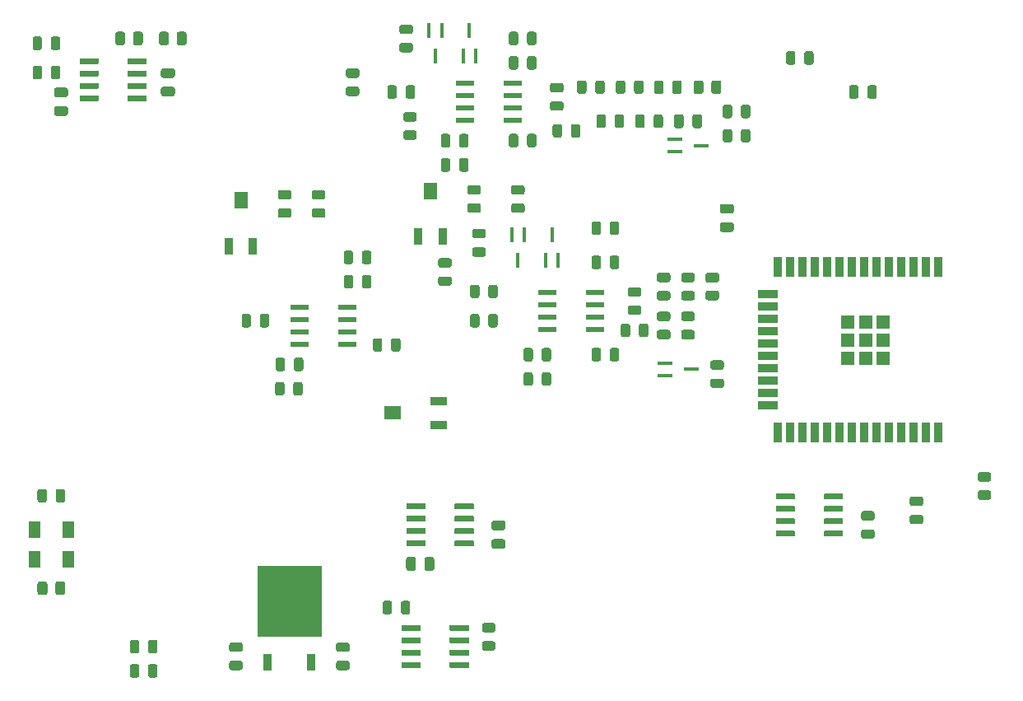
<source format=gbr>
%TF.GenerationSoftware,KiCad,Pcbnew,(5.1.10)-1*%
%TF.CreationDate,2022-05-25T15:21:49+02:00*%
%TF.ProjectId,NGL_Proto_EURO,4e474c5f-5072-46f7-946f-5f4555524f2e,V1*%
%TF.SameCoordinates,Original*%
%TF.FileFunction,Paste,Top*%
%TF.FilePolarity,Positive*%
%FSLAX46Y46*%
G04 Gerber Fmt 4.6, Leading zero omitted, Abs format (unit mm)*
G04 Created by KiCad (PCBNEW (5.1.10)-1) date 2022-05-25 15:21:49*
%MOMM*%
%LPD*%
G01*
G04 APERTURE LIST*
%ADD10R,1.969999X0.558000*%
%ADD11R,1.330000X1.330000*%
%ADD12R,0.900000X2.000000*%
%ADD13R,2.000000X0.900000*%
%ADD14R,0.450000X1.500000*%
%ADD15R,1.500000X0.450000*%
%ADD16R,1.300000X1.700000*%
%ADD17R,0.872800X1.690599*%
%ADD18R,1.355400X1.690599*%
%ADD19R,0.939800X1.701800*%
%ADD20R,6.604000X7.315200*%
%ADD21R,1.690599X0.872800*%
%ADD22R,1.690599X1.355400*%
G04 APERTURE END LIST*
D10*
%TO.C,U2*%
X161463800Y-57595000D03*
X161463800Y-58865000D03*
X161463800Y-60135000D03*
X161463800Y-61405000D03*
X156536200Y-61405000D03*
X156536200Y-60135000D03*
X156536200Y-58865000D03*
X156536200Y-57595000D03*
%TD*%
%TO.C,U1*%
X144463800Y-80595000D03*
X144463800Y-81865000D03*
X144463800Y-83135000D03*
X144463800Y-84405000D03*
X139536200Y-84405000D03*
X139536200Y-83135000D03*
X139536200Y-81865000D03*
X139536200Y-80595000D03*
%TD*%
%TO.C,U8*%
X169963800Y-79095000D03*
X169963800Y-80365000D03*
X169963800Y-81635000D03*
X169963800Y-82905000D03*
X165036200Y-82905000D03*
X165036200Y-81635000D03*
X165036200Y-80365000D03*
X165036200Y-79095000D03*
%TD*%
D11*
%TO.C,U4*%
X195925000Y-85835000D03*
X195925000Y-84000000D03*
X195925000Y-82165000D03*
X197760000Y-85835000D03*
X197760000Y-84000000D03*
X197760000Y-82165000D03*
X199595000Y-85835000D03*
X199595000Y-84000000D03*
X199595000Y-82165000D03*
D12*
X205260000Y-93500000D03*
X203990000Y-93500000D03*
X202720000Y-93500000D03*
X201450000Y-93500000D03*
X200180000Y-93500000D03*
X198910000Y-93500000D03*
X197640000Y-93500000D03*
X196370000Y-93500000D03*
X195100000Y-93500000D03*
X193830000Y-93500000D03*
X192560000Y-93500000D03*
X191290000Y-93500000D03*
X190020000Y-93500000D03*
X188750000Y-93500000D03*
D13*
X187750000Y-90715000D03*
X187750000Y-89445000D03*
X187750000Y-88175000D03*
X187750000Y-86905000D03*
X187750000Y-85635000D03*
X187750000Y-84365000D03*
X187750000Y-83095000D03*
X187750000Y-81825000D03*
X187750000Y-80555000D03*
X187750000Y-79285000D03*
D12*
X188750000Y-76500000D03*
X190020000Y-76500000D03*
X191290000Y-76500000D03*
X192560000Y-76500000D03*
X193830000Y-76500000D03*
X195100000Y-76500000D03*
X196370000Y-76500000D03*
X197640000Y-76500000D03*
X198910000Y-76500000D03*
X200180000Y-76500000D03*
X201450000Y-76500000D03*
X202720000Y-76500000D03*
X203990000Y-76500000D03*
X205260000Y-76500000D03*
%TD*%
D14*
%TO.C,D3*%
X162650000Y-73170000D03*
X161350000Y-73170000D03*
X162000000Y-75830000D03*
%TD*%
D15*
%TO.C,D4*%
X178170000Y-63350000D03*
X178170000Y-64650000D03*
X180830000Y-64000000D03*
%TD*%
D14*
%TO.C,D6*%
X156350000Y-54830000D03*
X157650000Y-54830000D03*
X157000000Y-52170000D03*
%TD*%
%TO.C,D11*%
X154150000Y-52170000D03*
X152850000Y-52170000D03*
X153500000Y-54830000D03*
%TD*%
%TO.C,D2*%
X164850000Y-75830000D03*
X166150000Y-75830000D03*
X165500000Y-73170000D03*
%TD*%
D15*
%TO.C,D5*%
X177170000Y-86350000D03*
X177170000Y-87650000D03*
X179830000Y-87000000D03*
%TD*%
%TO.C,C19*%
G36*
G01*
X184950000Y-60956250D02*
X184950000Y-60043750D01*
G75*
G02*
X185193750Y-59800000I243750J0D01*
G01*
X185681250Y-59800000D01*
G75*
G02*
X185925000Y-60043750I0J-243750D01*
G01*
X185925000Y-60956250D01*
G75*
G02*
X185681250Y-61200000I-243750J0D01*
G01*
X185193750Y-61200000D01*
G75*
G02*
X184950000Y-60956250I0J243750D01*
G01*
G37*
G36*
G01*
X183075000Y-60956250D02*
X183075000Y-60043750D01*
G75*
G02*
X183318750Y-59800000I243750J0D01*
G01*
X183806250Y-59800000D01*
G75*
G02*
X184050000Y-60043750I0J-243750D01*
G01*
X184050000Y-60956250D01*
G75*
G02*
X183806250Y-61200000I-243750J0D01*
G01*
X183318750Y-61200000D01*
G75*
G02*
X183075000Y-60956250I0J243750D01*
G01*
G37*
%TD*%
%TO.C,R17*%
G36*
G01*
X184050000Y-62543750D02*
X184050000Y-63456250D01*
G75*
G02*
X183806250Y-63700000I-243750J0D01*
G01*
X183318750Y-63700000D01*
G75*
G02*
X183075000Y-63456250I0J243750D01*
G01*
X183075000Y-62543750D01*
G75*
G02*
X183318750Y-62300000I243750J0D01*
G01*
X183806250Y-62300000D01*
G75*
G02*
X184050000Y-62543750I0J-243750D01*
G01*
G37*
G36*
G01*
X185925000Y-62543750D02*
X185925000Y-63456250D01*
G75*
G02*
X185681250Y-63700000I-243750J0D01*
G01*
X185193750Y-63700000D01*
G75*
G02*
X184950000Y-63456250I0J243750D01*
G01*
X184950000Y-62543750D01*
G75*
G02*
X185193750Y-62300000I243750J0D01*
G01*
X185681250Y-62300000D01*
G75*
G02*
X185925000Y-62543750I0J-243750D01*
G01*
G37*
%TD*%
%TO.C,R18*%
G36*
G01*
X209543750Y-99450000D02*
X210456250Y-99450000D01*
G75*
G02*
X210700000Y-99693750I0J-243750D01*
G01*
X210700000Y-100181250D01*
G75*
G02*
X210456250Y-100425000I-243750J0D01*
G01*
X209543750Y-100425000D01*
G75*
G02*
X209300000Y-100181250I0J243750D01*
G01*
X209300000Y-99693750D01*
G75*
G02*
X209543750Y-99450000I243750J0D01*
G01*
G37*
G36*
G01*
X209543750Y-97575000D02*
X210456250Y-97575000D01*
G75*
G02*
X210700000Y-97818750I0J-243750D01*
G01*
X210700000Y-98306250D01*
G75*
G02*
X210456250Y-98550000I-243750J0D01*
G01*
X209543750Y-98550000D01*
G75*
G02*
X209300000Y-98306250I0J243750D01*
G01*
X209300000Y-97818750D01*
G75*
G02*
X209543750Y-97575000I243750J0D01*
G01*
G37*
%TD*%
%TO.C,R21*%
G36*
G01*
X182043750Y-86075000D02*
X182956250Y-86075000D01*
G75*
G02*
X183200000Y-86318750I0J-243750D01*
G01*
X183200000Y-86806250D01*
G75*
G02*
X182956250Y-87050000I-243750J0D01*
G01*
X182043750Y-87050000D01*
G75*
G02*
X181800000Y-86806250I0J243750D01*
G01*
X181800000Y-86318750D01*
G75*
G02*
X182043750Y-86075000I243750J0D01*
G01*
G37*
G36*
G01*
X182043750Y-87950000D02*
X182956250Y-87950000D01*
G75*
G02*
X183200000Y-88193750I0J-243750D01*
G01*
X183200000Y-88681250D01*
G75*
G02*
X182956250Y-88925000I-243750J0D01*
G01*
X182043750Y-88925000D01*
G75*
G02*
X181800000Y-88681250I0J243750D01*
G01*
X181800000Y-88193750D01*
G75*
G02*
X182043750Y-87950000I243750J0D01*
G01*
G37*
%TD*%
%TO.C,R19*%
G36*
G01*
X202543750Y-100075000D02*
X203456250Y-100075000D01*
G75*
G02*
X203700000Y-100318750I0J-243750D01*
G01*
X203700000Y-100806250D01*
G75*
G02*
X203456250Y-101050000I-243750J0D01*
G01*
X202543750Y-101050000D01*
G75*
G02*
X202300000Y-100806250I0J243750D01*
G01*
X202300000Y-100318750D01*
G75*
G02*
X202543750Y-100075000I243750J0D01*
G01*
G37*
G36*
G01*
X202543750Y-101950000D02*
X203456250Y-101950000D01*
G75*
G02*
X203700000Y-102193750I0J-243750D01*
G01*
X203700000Y-102681250D01*
G75*
G02*
X203456250Y-102925000I-243750J0D01*
G01*
X202543750Y-102925000D01*
G75*
G02*
X202300000Y-102681250I0J243750D01*
G01*
X202300000Y-102193750D01*
G75*
G02*
X202543750Y-101950000I243750J0D01*
G01*
G37*
%TD*%
%TO.C,R15*%
G36*
G01*
X197050000Y-58043750D02*
X197050000Y-58956250D01*
G75*
G02*
X196806250Y-59200000I-243750J0D01*
G01*
X196318750Y-59200000D01*
G75*
G02*
X196075000Y-58956250I0J243750D01*
G01*
X196075000Y-58043750D01*
G75*
G02*
X196318750Y-57800000I243750J0D01*
G01*
X196806250Y-57800000D01*
G75*
G02*
X197050000Y-58043750I0J-243750D01*
G01*
G37*
G36*
G01*
X198925000Y-58043750D02*
X198925000Y-58956250D01*
G75*
G02*
X198681250Y-59200000I-243750J0D01*
G01*
X198193750Y-59200000D01*
G75*
G02*
X197950000Y-58956250I0J243750D01*
G01*
X197950000Y-58043750D01*
G75*
G02*
X198193750Y-57800000I243750J0D01*
G01*
X198681250Y-57800000D01*
G75*
G02*
X198925000Y-58043750I0J-243750D01*
G01*
G37*
%TD*%
%TO.C,R14*%
G36*
G01*
X113600000Y-109049998D02*
X113600000Y-109950002D01*
G75*
G02*
X113350002Y-110200000I-249998J0D01*
G01*
X112824998Y-110200000D01*
G75*
G02*
X112575000Y-109950002I0J249998D01*
G01*
X112575000Y-109049998D01*
G75*
G02*
X112824998Y-108800000I249998J0D01*
G01*
X113350002Y-108800000D01*
G75*
G02*
X113600000Y-109049998I0J-249998D01*
G01*
G37*
G36*
G01*
X115425000Y-109049998D02*
X115425000Y-109950002D01*
G75*
G02*
X115175002Y-110200000I-249998J0D01*
G01*
X114649998Y-110200000D01*
G75*
G02*
X114400000Y-109950002I0J249998D01*
G01*
X114400000Y-109049998D01*
G75*
G02*
X114649998Y-108800000I249998J0D01*
G01*
X115175002Y-108800000D01*
G75*
G02*
X115425000Y-109049998I0J-249998D01*
G01*
G37*
%TD*%
%TO.C,C2*%
G36*
G01*
X137075000Y-86956250D02*
X137075000Y-86043750D01*
G75*
G02*
X137318750Y-85800000I243750J0D01*
G01*
X137806250Y-85800000D01*
G75*
G02*
X138050000Y-86043750I0J-243750D01*
G01*
X138050000Y-86956250D01*
G75*
G02*
X137806250Y-87200000I-243750J0D01*
G01*
X137318750Y-87200000D01*
G75*
G02*
X137075000Y-86956250I0J243750D01*
G01*
G37*
G36*
G01*
X138950000Y-86956250D02*
X138950000Y-86043750D01*
G75*
G02*
X139193750Y-85800000I243750J0D01*
G01*
X139681250Y-85800000D01*
G75*
G02*
X139925000Y-86043750I0J-243750D01*
G01*
X139925000Y-86956250D01*
G75*
G02*
X139681250Y-87200000I-243750J0D01*
G01*
X139193750Y-87200000D01*
G75*
G02*
X138950000Y-86956250I0J243750D01*
G01*
G37*
%TD*%
%TO.C,C3*%
G36*
G01*
X137013000Y-89456250D02*
X137013000Y-88543750D01*
G75*
G02*
X137256750Y-88300000I243750J0D01*
G01*
X137744250Y-88300000D01*
G75*
G02*
X137988000Y-88543750I0J-243750D01*
G01*
X137988000Y-89456250D01*
G75*
G02*
X137744250Y-89700000I-243750J0D01*
G01*
X137256750Y-89700000D01*
G75*
G02*
X137013000Y-89456250I0J243750D01*
G01*
G37*
G36*
G01*
X138888000Y-89456250D02*
X138888000Y-88543750D01*
G75*
G02*
X139131750Y-88300000I243750J0D01*
G01*
X139619250Y-88300000D01*
G75*
G02*
X139863000Y-88543750I0J-243750D01*
G01*
X139863000Y-89456250D01*
G75*
G02*
X139619250Y-89700000I-243750J0D01*
G01*
X139131750Y-89700000D01*
G75*
G02*
X138888000Y-89456250I0J243750D01*
G01*
G37*
%TD*%
%TO.C,C5*%
G36*
G01*
X145950000Y-75956250D02*
X145950000Y-75043750D01*
G75*
G02*
X146193750Y-74800000I243750J0D01*
G01*
X146681250Y-74800000D01*
G75*
G02*
X146925000Y-75043750I0J-243750D01*
G01*
X146925000Y-75956250D01*
G75*
G02*
X146681250Y-76200000I-243750J0D01*
G01*
X146193750Y-76200000D01*
G75*
G02*
X145950000Y-75956250I0J243750D01*
G01*
G37*
G36*
G01*
X144075000Y-75956250D02*
X144075000Y-75043750D01*
G75*
G02*
X144318750Y-74800000I243750J0D01*
G01*
X144806250Y-74800000D01*
G75*
G02*
X145050000Y-75043750I0J-243750D01*
G01*
X145050000Y-75956250D01*
G75*
G02*
X144806250Y-76200000I-243750J0D01*
G01*
X144318750Y-76200000D01*
G75*
G02*
X144075000Y-75956250I0J243750D01*
G01*
G37*
%TD*%
%TO.C,C6*%
G36*
G01*
X145950000Y-78456250D02*
X145950000Y-77543750D01*
G75*
G02*
X146193750Y-77300000I243750J0D01*
G01*
X146681250Y-77300000D01*
G75*
G02*
X146925000Y-77543750I0J-243750D01*
G01*
X146925000Y-78456250D01*
G75*
G02*
X146681250Y-78700000I-243750J0D01*
G01*
X146193750Y-78700000D01*
G75*
G02*
X145950000Y-78456250I0J243750D01*
G01*
G37*
G36*
G01*
X144075000Y-78456250D02*
X144075000Y-77543750D01*
G75*
G02*
X144318750Y-77300000I243750J0D01*
G01*
X144806250Y-77300000D01*
G75*
G02*
X145050000Y-77543750I0J-243750D01*
G01*
X145050000Y-78456250D01*
G75*
G02*
X144806250Y-78700000I-243750J0D01*
G01*
X144318750Y-78700000D01*
G75*
G02*
X144075000Y-78456250I0J243750D01*
G01*
G37*
%TD*%
%TO.C,C8*%
G36*
G01*
X176925000Y-61043750D02*
X176925000Y-61956250D01*
G75*
G02*
X176681250Y-62200000I-243750J0D01*
G01*
X176193750Y-62200000D01*
G75*
G02*
X175950000Y-61956250I0J243750D01*
G01*
X175950000Y-61043750D01*
G75*
G02*
X176193750Y-60800000I243750J0D01*
G01*
X176681250Y-60800000D01*
G75*
G02*
X176925000Y-61043750I0J-243750D01*
G01*
G37*
G36*
G01*
X175050000Y-61043750D02*
X175050000Y-61956250D01*
G75*
G02*
X174806250Y-62200000I-243750J0D01*
G01*
X174318750Y-62200000D01*
G75*
G02*
X174075000Y-61956250I0J243750D01*
G01*
X174075000Y-61043750D01*
G75*
G02*
X174318750Y-60800000I243750J0D01*
G01*
X174806250Y-60800000D01*
G75*
G02*
X175050000Y-61043750I0J-243750D01*
G01*
G37*
%TD*%
%TO.C,C9*%
G36*
G01*
X171950000Y-61956250D02*
X171950000Y-61043750D01*
G75*
G02*
X172193750Y-60800000I243750J0D01*
G01*
X172681250Y-60800000D01*
G75*
G02*
X172925000Y-61043750I0J-243750D01*
G01*
X172925000Y-61956250D01*
G75*
G02*
X172681250Y-62200000I-243750J0D01*
G01*
X172193750Y-62200000D01*
G75*
G02*
X171950000Y-61956250I0J243750D01*
G01*
G37*
G36*
G01*
X170075000Y-61956250D02*
X170075000Y-61043750D01*
G75*
G02*
X170318750Y-60800000I243750J0D01*
G01*
X170806250Y-60800000D01*
G75*
G02*
X171050000Y-61043750I0J-243750D01*
G01*
X171050000Y-61956250D01*
G75*
G02*
X170806250Y-62200000I-243750J0D01*
G01*
X170318750Y-62200000D01*
G75*
G02*
X170075000Y-61956250I0J243750D01*
G01*
G37*
%TD*%
%TO.C,C10*%
G36*
G01*
X161075000Y-53456250D02*
X161075000Y-52543750D01*
G75*
G02*
X161318750Y-52300000I243750J0D01*
G01*
X161806250Y-52300000D01*
G75*
G02*
X162050000Y-52543750I0J-243750D01*
G01*
X162050000Y-53456250D01*
G75*
G02*
X161806250Y-53700000I-243750J0D01*
G01*
X161318750Y-53700000D01*
G75*
G02*
X161075000Y-53456250I0J243750D01*
G01*
G37*
G36*
G01*
X162950000Y-53456250D02*
X162950000Y-52543750D01*
G75*
G02*
X163193750Y-52300000I243750J0D01*
G01*
X163681250Y-52300000D01*
G75*
G02*
X163925000Y-52543750I0J-243750D01*
G01*
X163925000Y-53456250D01*
G75*
G02*
X163681250Y-53700000I-243750J0D01*
G01*
X163193750Y-53700000D01*
G75*
G02*
X162950000Y-53456250I0J243750D01*
G01*
G37*
%TD*%
%TO.C,C11*%
G36*
G01*
X154075000Y-66456250D02*
X154075000Y-65543750D01*
G75*
G02*
X154318750Y-65300000I243750J0D01*
G01*
X154806250Y-65300000D01*
G75*
G02*
X155050000Y-65543750I0J-243750D01*
G01*
X155050000Y-66456250D01*
G75*
G02*
X154806250Y-66700000I-243750J0D01*
G01*
X154318750Y-66700000D01*
G75*
G02*
X154075000Y-66456250I0J243750D01*
G01*
G37*
G36*
G01*
X155950000Y-66456250D02*
X155950000Y-65543750D01*
G75*
G02*
X156193750Y-65300000I243750J0D01*
G01*
X156681250Y-65300000D01*
G75*
G02*
X156925000Y-65543750I0J-243750D01*
G01*
X156925000Y-66456250D01*
G75*
G02*
X156681250Y-66700000I-243750J0D01*
G01*
X156193750Y-66700000D01*
G75*
G02*
X155950000Y-66456250I0J243750D01*
G01*
G37*
%TD*%
%TO.C,C12*%
G36*
G01*
X161075000Y-55956250D02*
X161075000Y-55043750D01*
G75*
G02*
X161318750Y-54800000I243750J0D01*
G01*
X161806250Y-54800000D01*
G75*
G02*
X162050000Y-55043750I0J-243750D01*
G01*
X162050000Y-55956250D01*
G75*
G02*
X161806250Y-56200000I-243750J0D01*
G01*
X161318750Y-56200000D01*
G75*
G02*
X161075000Y-55956250I0J243750D01*
G01*
G37*
G36*
G01*
X162950000Y-55956250D02*
X162950000Y-55043750D01*
G75*
G02*
X163193750Y-54800000I243750J0D01*
G01*
X163681250Y-54800000D01*
G75*
G02*
X163925000Y-55043750I0J-243750D01*
G01*
X163925000Y-55956250D01*
G75*
G02*
X163681250Y-56200000I-243750J0D01*
G01*
X163193750Y-56200000D01*
G75*
G02*
X162950000Y-55956250I0J243750D01*
G01*
G37*
%TD*%
%TO.C,C13*%
G36*
G01*
X155950000Y-63956250D02*
X155950000Y-63043750D01*
G75*
G02*
X156193750Y-62800000I243750J0D01*
G01*
X156681250Y-62800000D01*
G75*
G02*
X156925000Y-63043750I0J-243750D01*
G01*
X156925000Y-63956250D01*
G75*
G02*
X156681250Y-64200000I-243750J0D01*
G01*
X156193750Y-64200000D01*
G75*
G02*
X155950000Y-63956250I0J243750D01*
G01*
G37*
G36*
G01*
X154075000Y-63956250D02*
X154075000Y-63043750D01*
G75*
G02*
X154318750Y-62800000I243750J0D01*
G01*
X154806250Y-62800000D01*
G75*
G02*
X155050000Y-63043750I0J-243750D01*
G01*
X155050000Y-63956250D01*
G75*
G02*
X154806250Y-64200000I-243750J0D01*
G01*
X154318750Y-64200000D01*
G75*
G02*
X154075000Y-63956250I0J243750D01*
G01*
G37*
%TD*%
%TO.C,C14*%
G36*
G01*
X132543750Y-116950000D02*
X133456250Y-116950000D01*
G75*
G02*
X133700000Y-117193750I0J-243750D01*
G01*
X133700000Y-117681250D01*
G75*
G02*
X133456250Y-117925000I-243750J0D01*
G01*
X132543750Y-117925000D01*
G75*
G02*
X132300000Y-117681250I0J243750D01*
G01*
X132300000Y-117193750D01*
G75*
G02*
X132543750Y-116950000I243750J0D01*
G01*
G37*
G36*
G01*
X132543750Y-115075000D02*
X133456250Y-115075000D01*
G75*
G02*
X133700000Y-115318750I0J-243750D01*
G01*
X133700000Y-115806250D01*
G75*
G02*
X133456250Y-116050000I-243750J0D01*
G01*
X132543750Y-116050000D01*
G75*
G02*
X132300000Y-115806250I0J243750D01*
G01*
X132300000Y-115318750D01*
G75*
G02*
X132543750Y-115075000I243750J0D01*
G01*
G37*
%TD*%
%TO.C,C15*%
G36*
G01*
X144456250Y-117925000D02*
X143543750Y-117925000D01*
G75*
G02*
X143300000Y-117681250I0J243750D01*
G01*
X143300000Y-117193750D01*
G75*
G02*
X143543750Y-116950000I243750J0D01*
G01*
X144456250Y-116950000D01*
G75*
G02*
X144700000Y-117193750I0J-243750D01*
G01*
X144700000Y-117681250D01*
G75*
G02*
X144456250Y-117925000I-243750J0D01*
G01*
G37*
G36*
G01*
X144456250Y-116050000D02*
X143543750Y-116050000D01*
G75*
G02*
X143300000Y-115806250I0J243750D01*
G01*
X143300000Y-115318750D01*
G75*
G02*
X143543750Y-115075000I243750J0D01*
G01*
X144456250Y-115075000D01*
G75*
G02*
X144700000Y-115318750I0J-243750D01*
G01*
X144700000Y-115806250D01*
G75*
G02*
X144456250Y-116050000I-243750J0D01*
G01*
G37*
%TD*%
%TO.C,C16*%
G36*
G01*
X159456250Y-114050000D02*
X158543750Y-114050000D01*
G75*
G02*
X158300000Y-113806250I0J243750D01*
G01*
X158300000Y-113318750D01*
G75*
G02*
X158543750Y-113075000I243750J0D01*
G01*
X159456250Y-113075000D01*
G75*
G02*
X159700000Y-113318750I0J-243750D01*
G01*
X159700000Y-113806250D01*
G75*
G02*
X159456250Y-114050000I-243750J0D01*
G01*
G37*
G36*
G01*
X159456250Y-115925000D02*
X158543750Y-115925000D01*
G75*
G02*
X158300000Y-115681250I0J243750D01*
G01*
X158300000Y-115193750D01*
G75*
G02*
X158543750Y-114950000I243750J0D01*
G01*
X159456250Y-114950000D01*
G75*
G02*
X159700000Y-115193750I0J-243750D01*
G01*
X159700000Y-115681250D01*
G75*
G02*
X159456250Y-115925000I-243750J0D01*
G01*
G37*
%TD*%
%TO.C,C17*%
G36*
G01*
X150925000Y-111043750D02*
X150925000Y-111956250D01*
G75*
G02*
X150681250Y-112200000I-243750J0D01*
G01*
X150193750Y-112200000D01*
G75*
G02*
X149950000Y-111956250I0J243750D01*
G01*
X149950000Y-111043750D01*
G75*
G02*
X150193750Y-110800000I243750J0D01*
G01*
X150681250Y-110800000D01*
G75*
G02*
X150925000Y-111043750I0J-243750D01*
G01*
G37*
G36*
G01*
X149050000Y-111043750D02*
X149050000Y-111956250D01*
G75*
G02*
X148806250Y-112200000I-243750J0D01*
G01*
X148318750Y-112200000D01*
G75*
G02*
X148075000Y-111956250I0J243750D01*
G01*
X148075000Y-111043750D01*
G75*
G02*
X148318750Y-110800000I243750J0D01*
G01*
X148806250Y-110800000D01*
G75*
G02*
X149050000Y-111043750I0J-243750D01*
G01*
G37*
%TD*%
D16*
%TO.C,D1*%
X112250000Y-103500000D03*
X115750000Y-103500000D03*
%TD*%
%TO.C,D7*%
X112250000Y-106500000D03*
X115750000Y-106500000D03*
%TD*%
%TO.C,R2*%
G36*
G01*
X138456250Y-71425000D02*
X137543750Y-71425000D01*
G75*
G02*
X137300000Y-71181250I0J243750D01*
G01*
X137300000Y-70693750D01*
G75*
G02*
X137543750Y-70450000I243750J0D01*
G01*
X138456250Y-70450000D01*
G75*
G02*
X138700000Y-70693750I0J-243750D01*
G01*
X138700000Y-71181250D01*
G75*
G02*
X138456250Y-71425000I-243750J0D01*
G01*
G37*
G36*
G01*
X138456250Y-69550000D02*
X137543750Y-69550000D01*
G75*
G02*
X137300000Y-69306250I0J243750D01*
G01*
X137300000Y-68818750D01*
G75*
G02*
X137543750Y-68575000I243750J0D01*
G01*
X138456250Y-68575000D01*
G75*
G02*
X138700000Y-68818750I0J-243750D01*
G01*
X138700000Y-69306250D01*
G75*
G02*
X138456250Y-69550000I-243750J0D01*
G01*
G37*
%TD*%
%TO.C,R3*%
G36*
G01*
X112575000Y-100456250D02*
X112575000Y-99543750D01*
G75*
G02*
X112818750Y-99300000I243750J0D01*
G01*
X113306250Y-99300000D01*
G75*
G02*
X113550000Y-99543750I0J-243750D01*
G01*
X113550000Y-100456250D01*
G75*
G02*
X113306250Y-100700000I-243750J0D01*
G01*
X112818750Y-100700000D01*
G75*
G02*
X112575000Y-100456250I0J243750D01*
G01*
G37*
G36*
G01*
X114450000Y-100456250D02*
X114450000Y-99543750D01*
G75*
G02*
X114693750Y-99300000I243750J0D01*
G01*
X115181250Y-99300000D01*
G75*
G02*
X115425000Y-99543750I0J-243750D01*
G01*
X115425000Y-100456250D01*
G75*
G02*
X115181250Y-100700000I-243750J0D01*
G01*
X114693750Y-100700000D01*
G75*
G02*
X114450000Y-100456250I0J243750D01*
G01*
G37*
%TD*%
%TO.C,R4*%
G36*
G01*
X136425000Y-81543750D02*
X136425000Y-82456250D01*
G75*
G02*
X136181250Y-82700000I-243750J0D01*
G01*
X135693750Y-82700000D01*
G75*
G02*
X135450000Y-82456250I0J243750D01*
G01*
X135450000Y-81543750D01*
G75*
G02*
X135693750Y-81300000I243750J0D01*
G01*
X136181250Y-81300000D01*
G75*
G02*
X136425000Y-81543750I0J-243750D01*
G01*
G37*
G36*
G01*
X134550000Y-81543750D02*
X134550000Y-82456250D01*
G75*
G02*
X134306250Y-82700000I-243750J0D01*
G01*
X133818750Y-82700000D01*
G75*
G02*
X133575000Y-82456250I0J243750D01*
G01*
X133575000Y-81543750D01*
G75*
G02*
X133818750Y-81300000I243750J0D01*
G01*
X134306250Y-81300000D01*
G75*
G02*
X134550000Y-81543750I0J-243750D01*
G01*
G37*
%TD*%
%TO.C,R6*%
G36*
G01*
X150043750Y-53450000D02*
X150956250Y-53450000D01*
G75*
G02*
X151200000Y-53693750I0J-243750D01*
G01*
X151200000Y-54181250D01*
G75*
G02*
X150956250Y-54425000I-243750J0D01*
G01*
X150043750Y-54425000D01*
G75*
G02*
X149800000Y-54181250I0J243750D01*
G01*
X149800000Y-53693750D01*
G75*
G02*
X150043750Y-53450000I243750J0D01*
G01*
G37*
G36*
G01*
X150043750Y-51575000D02*
X150956250Y-51575000D01*
G75*
G02*
X151200000Y-51818750I0J-243750D01*
G01*
X151200000Y-52306250D01*
G75*
G02*
X150956250Y-52550000I-243750J0D01*
G01*
X150043750Y-52550000D01*
G75*
G02*
X149800000Y-52306250I0J243750D01*
G01*
X149800000Y-51818750D01*
G75*
G02*
X150043750Y-51575000I243750J0D01*
G01*
G37*
%TD*%
%TO.C,R7*%
G36*
G01*
X148575000Y-58956250D02*
X148575000Y-58043750D01*
G75*
G02*
X148818750Y-57800000I243750J0D01*
G01*
X149306250Y-57800000D01*
G75*
G02*
X149550000Y-58043750I0J-243750D01*
G01*
X149550000Y-58956250D01*
G75*
G02*
X149306250Y-59200000I-243750J0D01*
G01*
X148818750Y-59200000D01*
G75*
G02*
X148575000Y-58956250I0J243750D01*
G01*
G37*
G36*
G01*
X150450000Y-58956250D02*
X150450000Y-58043750D01*
G75*
G02*
X150693750Y-57800000I243750J0D01*
G01*
X151181250Y-57800000D01*
G75*
G02*
X151425000Y-58043750I0J-243750D01*
G01*
X151425000Y-58956250D01*
G75*
G02*
X151181250Y-59200000I-243750J0D01*
G01*
X150693750Y-59200000D01*
G75*
G02*
X150450000Y-58956250I0J243750D01*
G01*
G37*
%TD*%
%TO.C,R8*%
G36*
G01*
X176013000Y-58456250D02*
X176013000Y-57543750D01*
G75*
G02*
X176256750Y-57300000I243750J0D01*
G01*
X176744250Y-57300000D01*
G75*
G02*
X176988000Y-57543750I0J-243750D01*
G01*
X176988000Y-58456250D01*
G75*
G02*
X176744250Y-58700000I-243750J0D01*
G01*
X176256750Y-58700000D01*
G75*
G02*
X176013000Y-58456250I0J243750D01*
G01*
G37*
G36*
G01*
X177888000Y-58456250D02*
X177888000Y-57543750D01*
G75*
G02*
X178131750Y-57300000I243750J0D01*
G01*
X178619250Y-57300000D01*
G75*
G02*
X178863000Y-57543750I0J-243750D01*
G01*
X178863000Y-58456250D01*
G75*
G02*
X178619250Y-58700000I-243750J0D01*
G01*
X178131750Y-58700000D01*
G75*
G02*
X177888000Y-58456250I0J243750D01*
G01*
G37*
%TD*%
%TO.C,R9*%
G36*
G01*
X173950000Y-58456250D02*
X173950000Y-57543750D01*
G75*
G02*
X174193750Y-57300000I243750J0D01*
G01*
X174681250Y-57300000D01*
G75*
G02*
X174925000Y-57543750I0J-243750D01*
G01*
X174925000Y-58456250D01*
G75*
G02*
X174681250Y-58700000I-243750J0D01*
G01*
X174193750Y-58700000D01*
G75*
G02*
X173950000Y-58456250I0J243750D01*
G01*
G37*
G36*
G01*
X172075000Y-58456250D02*
X172075000Y-57543750D01*
G75*
G02*
X172318750Y-57300000I243750J0D01*
G01*
X172806250Y-57300000D01*
G75*
G02*
X173050000Y-57543750I0J-243750D01*
G01*
X173050000Y-58456250D01*
G75*
G02*
X172806250Y-58700000I-243750J0D01*
G01*
X172318750Y-58700000D01*
G75*
G02*
X172075000Y-58456250I0J243750D01*
G01*
G37*
%TD*%
%TO.C,R10*%
G36*
G01*
X157956250Y-70925000D02*
X157043750Y-70925000D01*
G75*
G02*
X156800000Y-70681250I0J243750D01*
G01*
X156800000Y-70193750D01*
G75*
G02*
X157043750Y-69950000I243750J0D01*
G01*
X157956250Y-69950000D01*
G75*
G02*
X158200000Y-70193750I0J-243750D01*
G01*
X158200000Y-70681250D01*
G75*
G02*
X157956250Y-70925000I-243750J0D01*
G01*
G37*
G36*
G01*
X157956250Y-69050000D02*
X157043750Y-69050000D01*
G75*
G02*
X156800000Y-68806250I0J243750D01*
G01*
X156800000Y-68318750D01*
G75*
G02*
X157043750Y-68075000I243750J0D01*
G01*
X157956250Y-68075000D01*
G75*
G02*
X158200000Y-68318750I0J-243750D01*
G01*
X158200000Y-68806250D01*
G75*
G02*
X157956250Y-69050000I-243750J0D01*
G01*
G37*
%TD*%
%TO.C,R12*%
G36*
G01*
X148050000Y-84043750D02*
X148050000Y-84956250D01*
G75*
G02*
X147806250Y-85200000I-243750J0D01*
G01*
X147318750Y-85200000D01*
G75*
G02*
X147075000Y-84956250I0J243750D01*
G01*
X147075000Y-84043750D01*
G75*
G02*
X147318750Y-83800000I243750J0D01*
G01*
X147806250Y-83800000D01*
G75*
G02*
X148050000Y-84043750I0J-243750D01*
G01*
G37*
G36*
G01*
X149925000Y-84043750D02*
X149925000Y-84956250D01*
G75*
G02*
X149681250Y-85200000I-243750J0D01*
G01*
X149193750Y-85200000D01*
G75*
G02*
X148950000Y-84956250I0J243750D01*
G01*
X148950000Y-84043750D01*
G75*
G02*
X149193750Y-83800000I243750J0D01*
G01*
X149681250Y-83800000D01*
G75*
G02*
X149925000Y-84043750I0J-243750D01*
G01*
G37*
%TD*%
%TO.C,R13*%
G36*
G01*
X150443750Y-62450000D02*
X151356250Y-62450000D01*
G75*
G02*
X151600000Y-62693750I0J-243750D01*
G01*
X151600000Y-63181250D01*
G75*
G02*
X151356250Y-63425000I-243750J0D01*
G01*
X150443750Y-63425000D01*
G75*
G02*
X150200000Y-63181250I0J243750D01*
G01*
X150200000Y-62693750D01*
G75*
G02*
X150443750Y-62450000I243750J0D01*
G01*
G37*
G36*
G01*
X150443750Y-60575000D02*
X151356250Y-60575000D01*
G75*
G02*
X151600000Y-60818750I0J-243750D01*
G01*
X151600000Y-61306250D01*
G75*
G02*
X151356250Y-61550000I-243750J0D01*
G01*
X150443750Y-61550000D01*
G75*
G02*
X150200000Y-61306250I0J243750D01*
G01*
X150200000Y-60818750D01*
G75*
G02*
X150443750Y-60575000I243750J0D01*
G01*
G37*
%TD*%
%TO.C,R20*%
G36*
G01*
X191450000Y-55456250D02*
X191450000Y-54543750D01*
G75*
G02*
X191693750Y-54300000I243750J0D01*
G01*
X192181250Y-54300000D01*
G75*
G02*
X192425000Y-54543750I0J-243750D01*
G01*
X192425000Y-55456250D01*
G75*
G02*
X192181250Y-55700000I-243750J0D01*
G01*
X191693750Y-55700000D01*
G75*
G02*
X191450000Y-55456250I0J243750D01*
G01*
G37*
G36*
G01*
X189575000Y-55456250D02*
X189575000Y-54543750D01*
G75*
G02*
X189818750Y-54300000I243750J0D01*
G01*
X190306250Y-54300000D01*
G75*
G02*
X190550000Y-54543750I0J-243750D01*
G01*
X190550000Y-55456250D01*
G75*
G02*
X190306250Y-55700000I-243750J0D01*
G01*
X189818750Y-55700000D01*
G75*
G02*
X189575000Y-55456250I0J243750D01*
G01*
G37*
%TD*%
%TO.C,R22*%
G36*
G01*
X145456250Y-58925000D02*
X144543750Y-58925000D01*
G75*
G02*
X144300000Y-58681250I0J243750D01*
G01*
X144300000Y-58193750D01*
G75*
G02*
X144543750Y-57950000I243750J0D01*
G01*
X145456250Y-57950000D01*
G75*
G02*
X145700000Y-58193750I0J-243750D01*
G01*
X145700000Y-58681250D01*
G75*
G02*
X145456250Y-58925000I-243750J0D01*
G01*
G37*
G36*
G01*
X145456250Y-57050000D02*
X144543750Y-57050000D01*
G75*
G02*
X144300000Y-56806250I0J243750D01*
G01*
X144300000Y-56318750D01*
G75*
G02*
X144543750Y-56075000I243750J0D01*
G01*
X145456250Y-56075000D01*
G75*
G02*
X145700000Y-56318750I0J-243750D01*
G01*
X145700000Y-56806250D01*
G75*
G02*
X145456250Y-57050000I-243750J0D01*
G01*
G37*
%TD*%
%TO.C,R23*%
G36*
G01*
X166550000Y-62043750D02*
X166550000Y-62956250D01*
G75*
G02*
X166306250Y-63200000I-243750J0D01*
G01*
X165818750Y-63200000D01*
G75*
G02*
X165575000Y-62956250I0J243750D01*
G01*
X165575000Y-62043750D01*
G75*
G02*
X165818750Y-61800000I243750J0D01*
G01*
X166306250Y-61800000D01*
G75*
G02*
X166550000Y-62043750I0J-243750D01*
G01*
G37*
G36*
G01*
X168425000Y-62043750D02*
X168425000Y-62956250D01*
G75*
G02*
X168181250Y-63200000I-243750J0D01*
G01*
X167693750Y-63200000D01*
G75*
G02*
X167450000Y-62956250I0J243750D01*
G01*
X167450000Y-62043750D01*
G75*
G02*
X167693750Y-61800000I243750J0D01*
G01*
X168181250Y-61800000D01*
G75*
G02*
X168425000Y-62043750I0J-243750D01*
G01*
G37*
%TD*%
%TO.C,R24*%
G36*
G01*
X161075000Y-63956250D02*
X161075000Y-63043750D01*
G75*
G02*
X161318750Y-62800000I243750J0D01*
G01*
X161806250Y-62800000D01*
G75*
G02*
X162050000Y-63043750I0J-243750D01*
G01*
X162050000Y-63956250D01*
G75*
G02*
X161806250Y-64200000I-243750J0D01*
G01*
X161318750Y-64200000D01*
G75*
G02*
X161075000Y-63956250I0J243750D01*
G01*
G37*
G36*
G01*
X162950000Y-63956250D02*
X162950000Y-63043750D01*
G75*
G02*
X163193750Y-62800000I243750J0D01*
G01*
X163681250Y-62800000D01*
G75*
G02*
X163925000Y-63043750I0J-243750D01*
G01*
X163925000Y-63956250D01*
G75*
G02*
X163681250Y-64200000I-243750J0D01*
G01*
X163193750Y-64200000D01*
G75*
G02*
X162950000Y-63956250I0J243750D01*
G01*
G37*
%TD*%
%TO.C,R25*%
G36*
G01*
X166456250Y-58550000D02*
X165543750Y-58550000D01*
G75*
G02*
X165300000Y-58306250I0J243750D01*
G01*
X165300000Y-57818750D01*
G75*
G02*
X165543750Y-57575000I243750J0D01*
G01*
X166456250Y-57575000D01*
G75*
G02*
X166700000Y-57818750I0J-243750D01*
G01*
X166700000Y-58306250D01*
G75*
G02*
X166456250Y-58550000I-243750J0D01*
G01*
G37*
G36*
G01*
X166456250Y-60425000D02*
X165543750Y-60425000D01*
G75*
G02*
X165300000Y-60181250I0J243750D01*
G01*
X165300000Y-59693750D01*
G75*
G02*
X165543750Y-59450000I243750J0D01*
G01*
X166456250Y-59450000D01*
G75*
G02*
X166700000Y-59693750I0J-243750D01*
G01*
X166700000Y-60181250D01*
G75*
G02*
X166456250Y-60425000I-243750J0D01*
G01*
G37*
%TD*%
D17*
%TO.C,R10_POT1*%
X151750000Y-73349500D03*
X154250000Y-73349500D03*
D18*
X153000000Y-68650500D03*
%TD*%
%TO.C,R2_POT1*%
X133500000Y-69650500D03*
D17*
X134750000Y-74349500D03*
X132250000Y-74349500D03*
%TD*%
D19*
%TO.C,U5*%
X136239400Y-117096000D03*
D20*
X138500000Y-110847600D03*
D19*
X140760600Y-117096000D03*
%TD*%
%TO.C,U6*%
G36*
G01*
X152010000Y-117151300D02*
X152010000Y-117658700D01*
G75*
G02*
X151968700Y-117700000I-41300J0D01*
G01*
X150081300Y-117700000D01*
G75*
G02*
X150040000Y-117658700I0J41300D01*
G01*
X150040000Y-117151300D01*
G75*
G02*
X150081300Y-117110000I41300J0D01*
G01*
X151968700Y-117110000D01*
G75*
G02*
X152010000Y-117151300I0J-41300D01*
G01*
G37*
G36*
G01*
X152010000Y-115881300D02*
X152010000Y-116388700D01*
G75*
G02*
X151968700Y-116430000I-41300J0D01*
G01*
X150081300Y-116430000D01*
G75*
G02*
X150040000Y-116388700I0J41300D01*
G01*
X150040000Y-115881300D01*
G75*
G02*
X150081300Y-115840000I41300J0D01*
G01*
X151968700Y-115840000D01*
G75*
G02*
X152010000Y-115881300I0J-41300D01*
G01*
G37*
G36*
G01*
X152010000Y-114611300D02*
X152010000Y-115118700D01*
G75*
G02*
X151968700Y-115160000I-41300J0D01*
G01*
X150081300Y-115160000D01*
G75*
G02*
X150040000Y-115118700I0J41300D01*
G01*
X150040000Y-114611300D01*
G75*
G02*
X150081300Y-114570000I41300J0D01*
G01*
X151968700Y-114570000D01*
G75*
G02*
X152010000Y-114611300I0J-41300D01*
G01*
G37*
G36*
G01*
X152010000Y-113341300D02*
X152010000Y-113848700D01*
G75*
G02*
X151968700Y-113890000I-41300J0D01*
G01*
X150081300Y-113890000D01*
G75*
G02*
X150040000Y-113848700I0J41300D01*
G01*
X150040000Y-113341300D01*
G75*
G02*
X150081300Y-113300000I41300J0D01*
G01*
X151968700Y-113300000D01*
G75*
G02*
X152010000Y-113341300I0J-41300D01*
G01*
G37*
G36*
G01*
X156960000Y-113341300D02*
X156960000Y-113848700D01*
G75*
G02*
X156918700Y-113890000I-41300J0D01*
G01*
X155031300Y-113890000D01*
G75*
G02*
X154990000Y-113848700I0J41300D01*
G01*
X154990000Y-113341300D01*
G75*
G02*
X155031300Y-113300000I41300J0D01*
G01*
X156918700Y-113300000D01*
G75*
G02*
X156960000Y-113341300I0J-41300D01*
G01*
G37*
G36*
G01*
X156960000Y-114611300D02*
X156960000Y-115118700D01*
G75*
G02*
X156918700Y-115160000I-41300J0D01*
G01*
X155031300Y-115160000D01*
G75*
G02*
X154990000Y-115118700I0J41300D01*
G01*
X154990000Y-114611300D01*
G75*
G02*
X155031300Y-114570000I41300J0D01*
G01*
X156918700Y-114570000D01*
G75*
G02*
X156960000Y-114611300I0J-41300D01*
G01*
G37*
G36*
G01*
X156960000Y-115881300D02*
X156960000Y-116388700D01*
G75*
G02*
X156918700Y-116430000I-41300J0D01*
G01*
X155031300Y-116430000D01*
G75*
G02*
X154990000Y-116388700I0J41300D01*
G01*
X154990000Y-115881300D01*
G75*
G02*
X155031300Y-115840000I41300J0D01*
G01*
X156918700Y-115840000D01*
G75*
G02*
X156960000Y-115881300I0J-41300D01*
G01*
G37*
G36*
G01*
X156960000Y-117151300D02*
X156960000Y-117658700D01*
G75*
G02*
X156918700Y-117700000I-41300J0D01*
G01*
X155031300Y-117700000D01*
G75*
G02*
X154990000Y-117658700I0J41300D01*
G01*
X154990000Y-117151300D01*
G75*
G02*
X155031300Y-117110000I41300J0D01*
G01*
X156918700Y-117110000D01*
G75*
G02*
X156960000Y-117151300I0J-41300D01*
G01*
G37*
%TD*%
%TO.C,C18*%
G36*
G01*
X112075000Y-53956250D02*
X112075000Y-53043750D01*
G75*
G02*
X112318750Y-52800000I243750J0D01*
G01*
X112806250Y-52800000D01*
G75*
G02*
X113050000Y-53043750I0J-243750D01*
G01*
X113050000Y-53956250D01*
G75*
G02*
X112806250Y-54200000I-243750J0D01*
G01*
X112318750Y-54200000D01*
G75*
G02*
X112075000Y-53956250I0J243750D01*
G01*
G37*
G36*
G01*
X113950000Y-53956250D02*
X113950000Y-53043750D01*
G75*
G02*
X114193750Y-52800000I243750J0D01*
G01*
X114681250Y-52800000D01*
G75*
G02*
X114925000Y-53043750I0J-243750D01*
G01*
X114925000Y-53956250D01*
G75*
G02*
X114681250Y-54200000I-243750J0D01*
G01*
X114193750Y-54200000D01*
G75*
G02*
X113950000Y-53956250I0J243750D01*
G01*
G37*
%TD*%
%TO.C,C20*%
G36*
G01*
X176543750Y-82950000D02*
X177456250Y-82950000D01*
G75*
G02*
X177700000Y-83193750I0J-243750D01*
G01*
X177700000Y-83681250D01*
G75*
G02*
X177456250Y-83925000I-243750J0D01*
G01*
X176543750Y-83925000D01*
G75*
G02*
X176300000Y-83681250I0J243750D01*
G01*
X176300000Y-83193750D01*
G75*
G02*
X176543750Y-82950000I243750J0D01*
G01*
G37*
G36*
G01*
X176543750Y-81075000D02*
X177456250Y-81075000D01*
G75*
G02*
X177700000Y-81318750I0J-243750D01*
G01*
X177700000Y-81806250D01*
G75*
G02*
X177456250Y-82050000I-243750J0D01*
G01*
X176543750Y-82050000D01*
G75*
G02*
X176300000Y-81806250I0J243750D01*
G01*
X176300000Y-81318750D01*
G75*
G02*
X176543750Y-81075000I243750J0D01*
G01*
G37*
%TD*%
%TO.C,C21*%
G36*
G01*
X179043750Y-81075000D02*
X179956250Y-81075000D01*
G75*
G02*
X180200000Y-81318750I0J-243750D01*
G01*
X180200000Y-81806250D01*
G75*
G02*
X179956250Y-82050000I-243750J0D01*
G01*
X179043750Y-82050000D01*
G75*
G02*
X178800000Y-81806250I0J243750D01*
G01*
X178800000Y-81318750D01*
G75*
G02*
X179043750Y-81075000I243750J0D01*
G01*
G37*
G36*
G01*
X179043750Y-82950000D02*
X179956250Y-82950000D01*
G75*
G02*
X180200000Y-83193750I0J-243750D01*
G01*
X180200000Y-83681250D01*
G75*
G02*
X179956250Y-83925000I-243750J0D01*
G01*
X179043750Y-83925000D01*
G75*
G02*
X178800000Y-83681250I0J243750D01*
G01*
X178800000Y-83193750D01*
G75*
G02*
X179043750Y-82950000I243750J0D01*
G01*
G37*
%TD*%
D21*
%TO.C,POT1*%
X153849500Y-92750000D03*
X153849500Y-90250000D03*
D22*
X149150500Y-91500000D03*
%TD*%
%TO.C,R11*%
G36*
G01*
X112075000Y-56956250D02*
X112075000Y-56043750D01*
G75*
G02*
X112318750Y-55800000I243750J0D01*
G01*
X112806250Y-55800000D01*
G75*
G02*
X113050000Y-56043750I0J-243750D01*
G01*
X113050000Y-56956250D01*
G75*
G02*
X112806250Y-57200000I-243750J0D01*
G01*
X112318750Y-57200000D01*
G75*
G02*
X112075000Y-56956250I0J243750D01*
G01*
G37*
G36*
G01*
X113950000Y-56956250D02*
X113950000Y-56043750D01*
G75*
G02*
X114193750Y-55800000I243750J0D01*
G01*
X114681250Y-55800000D01*
G75*
G02*
X114925000Y-56043750I0J-243750D01*
G01*
X114925000Y-56956250D01*
G75*
G02*
X114681250Y-57200000I-243750J0D01*
G01*
X114193750Y-57200000D01*
G75*
G02*
X113950000Y-56956250I0J243750D01*
G01*
G37*
%TD*%
%TO.C,R16*%
G36*
G01*
X158950000Y-79456250D02*
X158950000Y-78543750D01*
G75*
G02*
X159193750Y-78300000I243750J0D01*
G01*
X159681250Y-78300000D01*
G75*
G02*
X159925000Y-78543750I0J-243750D01*
G01*
X159925000Y-79456250D01*
G75*
G02*
X159681250Y-79700000I-243750J0D01*
G01*
X159193750Y-79700000D01*
G75*
G02*
X158950000Y-79456250I0J243750D01*
G01*
G37*
G36*
G01*
X157075000Y-79456250D02*
X157075000Y-78543750D01*
G75*
G02*
X157318750Y-78300000I243750J0D01*
G01*
X157806250Y-78300000D01*
G75*
G02*
X158050000Y-78543750I0J-243750D01*
G01*
X158050000Y-79456250D01*
G75*
G02*
X157806250Y-79700000I-243750J0D01*
G01*
X157318750Y-79700000D01*
G75*
G02*
X157075000Y-79456250I0J243750D01*
G01*
G37*
%TD*%
%TO.C,R26*%
G36*
G01*
X159925000Y-81543750D02*
X159925000Y-82456250D01*
G75*
G02*
X159681250Y-82700000I-243750J0D01*
G01*
X159193750Y-82700000D01*
G75*
G02*
X158950000Y-82456250I0J243750D01*
G01*
X158950000Y-81543750D01*
G75*
G02*
X159193750Y-81300000I243750J0D01*
G01*
X159681250Y-81300000D01*
G75*
G02*
X159925000Y-81543750I0J-243750D01*
G01*
G37*
G36*
G01*
X158050000Y-81543750D02*
X158050000Y-82456250D01*
G75*
G02*
X157806250Y-82700000I-243750J0D01*
G01*
X157318750Y-82700000D01*
G75*
G02*
X157075000Y-82456250I0J243750D01*
G01*
X157075000Y-81543750D01*
G75*
G02*
X157318750Y-81300000I243750J0D01*
G01*
X157806250Y-81300000D01*
G75*
G02*
X158050000Y-81543750I0J-243750D01*
G01*
G37*
%TD*%
%TO.C,R27*%
G36*
G01*
X158456250Y-75425000D02*
X157543750Y-75425000D01*
G75*
G02*
X157300000Y-75181250I0J243750D01*
G01*
X157300000Y-74693750D01*
G75*
G02*
X157543750Y-74450000I243750J0D01*
G01*
X158456250Y-74450000D01*
G75*
G02*
X158700000Y-74693750I0J-243750D01*
G01*
X158700000Y-75181250D01*
G75*
G02*
X158456250Y-75425000I-243750J0D01*
G01*
G37*
G36*
G01*
X158456250Y-73550000D02*
X157543750Y-73550000D01*
G75*
G02*
X157300000Y-73306250I0J243750D01*
G01*
X157300000Y-72818750D01*
G75*
G02*
X157543750Y-72575000I243750J0D01*
G01*
X158456250Y-72575000D01*
G75*
G02*
X158700000Y-72818750I0J-243750D01*
G01*
X158700000Y-73306250D01*
G75*
G02*
X158456250Y-73550000I-243750J0D01*
G01*
G37*
%TD*%
%TO.C,R28*%
G36*
G01*
X154956250Y-76550000D02*
X154043750Y-76550000D01*
G75*
G02*
X153800000Y-76306250I0J243750D01*
G01*
X153800000Y-75818750D01*
G75*
G02*
X154043750Y-75575000I243750J0D01*
G01*
X154956250Y-75575000D01*
G75*
G02*
X155200000Y-75818750I0J-243750D01*
G01*
X155200000Y-76306250D01*
G75*
G02*
X154956250Y-76550000I-243750J0D01*
G01*
G37*
G36*
G01*
X154956250Y-78425000D02*
X154043750Y-78425000D01*
G75*
G02*
X153800000Y-78181250I0J243750D01*
G01*
X153800000Y-77693750D01*
G75*
G02*
X154043750Y-77450000I243750J0D01*
G01*
X154956250Y-77450000D01*
G75*
G02*
X155200000Y-77693750I0J-243750D01*
G01*
X155200000Y-78181250D01*
G75*
G02*
X154956250Y-78425000I-243750J0D01*
G01*
G37*
%TD*%
%TO.C,R29*%
G36*
G01*
X172575000Y-83456250D02*
X172575000Y-82543750D01*
G75*
G02*
X172818750Y-82300000I243750J0D01*
G01*
X173306250Y-82300000D01*
G75*
G02*
X173550000Y-82543750I0J-243750D01*
G01*
X173550000Y-83456250D01*
G75*
G02*
X173306250Y-83700000I-243750J0D01*
G01*
X172818750Y-83700000D01*
G75*
G02*
X172575000Y-83456250I0J243750D01*
G01*
G37*
G36*
G01*
X174450000Y-83456250D02*
X174450000Y-82543750D01*
G75*
G02*
X174693750Y-82300000I243750J0D01*
G01*
X175181250Y-82300000D01*
G75*
G02*
X175425000Y-82543750I0J-243750D01*
G01*
X175425000Y-83456250D01*
G75*
G02*
X175181250Y-83700000I-243750J0D01*
G01*
X174693750Y-83700000D01*
G75*
G02*
X174450000Y-83456250I0J243750D01*
G01*
G37*
%TD*%
%TO.C,R30*%
G36*
G01*
X171450000Y-85956250D02*
X171450000Y-85043750D01*
G75*
G02*
X171693750Y-84800000I243750J0D01*
G01*
X172181250Y-84800000D01*
G75*
G02*
X172425000Y-85043750I0J-243750D01*
G01*
X172425000Y-85956250D01*
G75*
G02*
X172181250Y-86200000I-243750J0D01*
G01*
X171693750Y-86200000D01*
G75*
G02*
X171450000Y-85956250I0J243750D01*
G01*
G37*
G36*
G01*
X169575000Y-85956250D02*
X169575000Y-85043750D01*
G75*
G02*
X169818750Y-84800000I243750J0D01*
G01*
X170306250Y-84800000D01*
G75*
G02*
X170550000Y-85043750I0J-243750D01*
G01*
X170550000Y-85956250D01*
G75*
G02*
X170306250Y-86200000I-243750J0D01*
G01*
X169818750Y-86200000D01*
G75*
G02*
X169575000Y-85956250I0J243750D01*
G01*
G37*
%TD*%
%TO.C,R31*%
G36*
G01*
X174456250Y-81425000D02*
X173543750Y-81425000D01*
G75*
G02*
X173300000Y-81181250I0J243750D01*
G01*
X173300000Y-80693750D01*
G75*
G02*
X173543750Y-80450000I243750J0D01*
G01*
X174456250Y-80450000D01*
G75*
G02*
X174700000Y-80693750I0J-243750D01*
G01*
X174700000Y-81181250D01*
G75*
G02*
X174456250Y-81425000I-243750J0D01*
G01*
G37*
G36*
G01*
X174456250Y-79550000D02*
X173543750Y-79550000D01*
G75*
G02*
X173300000Y-79306250I0J243750D01*
G01*
X173300000Y-78818750D01*
G75*
G02*
X173543750Y-78575000I243750J0D01*
G01*
X174456250Y-78575000D01*
G75*
G02*
X174700000Y-78818750I0J-243750D01*
G01*
X174700000Y-79306250D01*
G75*
G02*
X174456250Y-79550000I-243750J0D01*
G01*
G37*
%TD*%
%TO.C,R32*%
G36*
G01*
X177456250Y-78050000D02*
X176543750Y-78050000D01*
G75*
G02*
X176300000Y-77806250I0J243750D01*
G01*
X176300000Y-77318750D01*
G75*
G02*
X176543750Y-77075000I243750J0D01*
G01*
X177456250Y-77075000D01*
G75*
G02*
X177700000Y-77318750I0J-243750D01*
G01*
X177700000Y-77806250D01*
G75*
G02*
X177456250Y-78050000I-243750J0D01*
G01*
G37*
G36*
G01*
X177456250Y-79925000D02*
X176543750Y-79925000D01*
G75*
G02*
X176300000Y-79681250I0J243750D01*
G01*
X176300000Y-79193750D01*
G75*
G02*
X176543750Y-78950000I243750J0D01*
G01*
X177456250Y-78950000D01*
G75*
G02*
X177700000Y-79193750I0J-243750D01*
G01*
X177700000Y-79681250D01*
G75*
G02*
X177456250Y-79925000I-243750J0D01*
G01*
G37*
%TD*%
%TO.C,R33*%
G36*
G01*
X179956250Y-78050000D02*
X179043750Y-78050000D01*
G75*
G02*
X178800000Y-77806250I0J243750D01*
G01*
X178800000Y-77318750D01*
G75*
G02*
X179043750Y-77075000I243750J0D01*
G01*
X179956250Y-77075000D01*
G75*
G02*
X180200000Y-77318750I0J-243750D01*
G01*
X180200000Y-77806250D01*
G75*
G02*
X179956250Y-78050000I-243750J0D01*
G01*
G37*
G36*
G01*
X179956250Y-79925000D02*
X179043750Y-79925000D01*
G75*
G02*
X178800000Y-79681250I0J243750D01*
G01*
X178800000Y-79193750D01*
G75*
G02*
X179043750Y-78950000I243750J0D01*
G01*
X179956250Y-78950000D01*
G75*
G02*
X180200000Y-79193750I0J-243750D01*
G01*
X180200000Y-79681250D01*
G75*
G02*
X179956250Y-79925000I-243750J0D01*
G01*
G37*
%TD*%
%TO.C,U7*%
G36*
G01*
X150540000Y-101348700D02*
X150540000Y-100841300D01*
G75*
G02*
X150581300Y-100800000I41300J0D01*
G01*
X152468700Y-100800000D01*
G75*
G02*
X152510000Y-100841300I0J-41300D01*
G01*
X152510000Y-101348700D01*
G75*
G02*
X152468700Y-101390000I-41300J0D01*
G01*
X150581300Y-101390000D01*
G75*
G02*
X150540000Y-101348700I0J41300D01*
G01*
G37*
G36*
G01*
X150540000Y-102618700D02*
X150540000Y-102111300D01*
G75*
G02*
X150581300Y-102070000I41300J0D01*
G01*
X152468700Y-102070000D01*
G75*
G02*
X152510000Y-102111300I0J-41300D01*
G01*
X152510000Y-102618700D01*
G75*
G02*
X152468700Y-102660000I-41300J0D01*
G01*
X150581300Y-102660000D01*
G75*
G02*
X150540000Y-102618700I0J41300D01*
G01*
G37*
G36*
G01*
X150540000Y-103888700D02*
X150540000Y-103381300D01*
G75*
G02*
X150581300Y-103340000I41300J0D01*
G01*
X152468700Y-103340000D01*
G75*
G02*
X152510000Y-103381300I0J-41300D01*
G01*
X152510000Y-103888700D01*
G75*
G02*
X152468700Y-103930000I-41300J0D01*
G01*
X150581300Y-103930000D01*
G75*
G02*
X150540000Y-103888700I0J41300D01*
G01*
G37*
G36*
G01*
X150540000Y-105158700D02*
X150540000Y-104651300D01*
G75*
G02*
X150581300Y-104610000I41300J0D01*
G01*
X152468700Y-104610000D01*
G75*
G02*
X152510000Y-104651300I0J-41300D01*
G01*
X152510000Y-105158700D01*
G75*
G02*
X152468700Y-105200000I-41300J0D01*
G01*
X150581300Y-105200000D01*
G75*
G02*
X150540000Y-105158700I0J41300D01*
G01*
G37*
G36*
G01*
X155490000Y-105158700D02*
X155490000Y-104651300D01*
G75*
G02*
X155531300Y-104610000I41300J0D01*
G01*
X157418700Y-104610000D01*
G75*
G02*
X157460000Y-104651300I0J-41300D01*
G01*
X157460000Y-105158700D01*
G75*
G02*
X157418700Y-105200000I-41300J0D01*
G01*
X155531300Y-105200000D01*
G75*
G02*
X155490000Y-105158700I0J41300D01*
G01*
G37*
G36*
G01*
X155490000Y-103888700D02*
X155490000Y-103381300D01*
G75*
G02*
X155531300Y-103340000I41300J0D01*
G01*
X157418700Y-103340000D01*
G75*
G02*
X157460000Y-103381300I0J-41300D01*
G01*
X157460000Y-103888700D01*
G75*
G02*
X157418700Y-103930000I-41300J0D01*
G01*
X155531300Y-103930000D01*
G75*
G02*
X155490000Y-103888700I0J41300D01*
G01*
G37*
G36*
G01*
X155490000Y-102618700D02*
X155490000Y-102111300D01*
G75*
G02*
X155531300Y-102070000I41300J0D01*
G01*
X157418700Y-102070000D01*
G75*
G02*
X157460000Y-102111300I0J-41300D01*
G01*
X157460000Y-102618700D01*
G75*
G02*
X157418700Y-102660000I-41300J0D01*
G01*
X155531300Y-102660000D01*
G75*
G02*
X155490000Y-102618700I0J41300D01*
G01*
G37*
G36*
G01*
X155490000Y-101348700D02*
X155490000Y-100841300D01*
G75*
G02*
X155531300Y-100800000I41300J0D01*
G01*
X157418700Y-100800000D01*
G75*
G02*
X157460000Y-100841300I0J-41300D01*
G01*
X157460000Y-101348700D01*
G75*
G02*
X157418700Y-101390000I-41300J0D01*
G01*
X155531300Y-101390000D01*
G75*
G02*
X155490000Y-101348700I0J41300D01*
G01*
G37*
%TD*%
%TO.C,R1*%
G36*
G01*
X124925000Y-115043750D02*
X124925000Y-115956250D01*
G75*
G02*
X124681250Y-116200000I-243750J0D01*
G01*
X124193750Y-116200000D01*
G75*
G02*
X123950000Y-115956250I0J243750D01*
G01*
X123950000Y-115043750D01*
G75*
G02*
X124193750Y-114800000I243750J0D01*
G01*
X124681250Y-114800000D01*
G75*
G02*
X124925000Y-115043750I0J-243750D01*
G01*
G37*
G36*
G01*
X123050000Y-115043750D02*
X123050000Y-115956250D01*
G75*
G02*
X122806250Y-116200000I-243750J0D01*
G01*
X122318750Y-116200000D01*
G75*
G02*
X122075000Y-115956250I0J243750D01*
G01*
X122075000Y-115043750D01*
G75*
G02*
X122318750Y-114800000I243750J0D01*
G01*
X122806250Y-114800000D01*
G75*
G02*
X123050000Y-115043750I0J-243750D01*
G01*
G37*
%TD*%
%TO.C,R5*%
G36*
G01*
X123950000Y-118456250D02*
X123950000Y-117543750D01*
G75*
G02*
X124193750Y-117300000I243750J0D01*
G01*
X124681250Y-117300000D01*
G75*
G02*
X124925000Y-117543750I0J-243750D01*
G01*
X124925000Y-118456250D01*
G75*
G02*
X124681250Y-118700000I-243750J0D01*
G01*
X124193750Y-118700000D01*
G75*
G02*
X123950000Y-118456250I0J243750D01*
G01*
G37*
G36*
G01*
X122075000Y-118456250D02*
X122075000Y-117543750D01*
G75*
G02*
X122318750Y-117300000I243750J0D01*
G01*
X122806250Y-117300000D01*
G75*
G02*
X123050000Y-117543750I0J-243750D01*
G01*
X123050000Y-118456250D01*
G75*
G02*
X122806250Y-118700000I-243750J0D01*
G01*
X122318750Y-118700000D01*
G75*
G02*
X122075000Y-118456250I0J243750D01*
G01*
G37*
%TD*%
%TO.C,U9*%
G36*
G01*
X195460000Y-103651300D02*
X195460000Y-104158700D01*
G75*
G02*
X195418700Y-104200000I-41300J0D01*
G01*
X193531300Y-104200000D01*
G75*
G02*
X193490000Y-104158700I0J41300D01*
G01*
X193490000Y-103651300D01*
G75*
G02*
X193531300Y-103610000I41300J0D01*
G01*
X195418700Y-103610000D01*
G75*
G02*
X195460000Y-103651300I0J-41300D01*
G01*
G37*
G36*
G01*
X195460000Y-102381300D02*
X195460000Y-102888700D01*
G75*
G02*
X195418700Y-102930000I-41300J0D01*
G01*
X193531300Y-102930000D01*
G75*
G02*
X193490000Y-102888700I0J41300D01*
G01*
X193490000Y-102381300D01*
G75*
G02*
X193531300Y-102340000I41300J0D01*
G01*
X195418700Y-102340000D01*
G75*
G02*
X195460000Y-102381300I0J-41300D01*
G01*
G37*
G36*
G01*
X195460000Y-101111300D02*
X195460000Y-101618700D01*
G75*
G02*
X195418700Y-101660000I-41300J0D01*
G01*
X193531300Y-101660000D01*
G75*
G02*
X193490000Y-101618700I0J41300D01*
G01*
X193490000Y-101111300D01*
G75*
G02*
X193531300Y-101070000I41300J0D01*
G01*
X195418700Y-101070000D01*
G75*
G02*
X195460000Y-101111300I0J-41300D01*
G01*
G37*
G36*
G01*
X195460000Y-99841300D02*
X195460000Y-100348700D01*
G75*
G02*
X195418700Y-100390000I-41300J0D01*
G01*
X193531300Y-100390000D01*
G75*
G02*
X193490000Y-100348700I0J41300D01*
G01*
X193490000Y-99841300D01*
G75*
G02*
X193531300Y-99800000I41300J0D01*
G01*
X195418700Y-99800000D01*
G75*
G02*
X195460000Y-99841300I0J-41300D01*
G01*
G37*
G36*
G01*
X190510000Y-99841300D02*
X190510000Y-100348700D01*
G75*
G02*
X190468700Y-100390000I-41300J0D01*
G01*
X188581300Y-100390000D01*
G75*
G02*
X188540000Y-100348700I0J41300D01*
G01*
X188540000Y-99841300D01*
G75*
G02*
X188581300Y-99800000I41300J0D01*
G01*
X190468700Y-99800000D01*
G75*
G02*
X190510000Y-99841300I0J-41300D01*
G01*
G37*
G36*
G01*
X190510000Y-101111300D02*
X190510000Y-101618700D01*
G75*
G02*
X190468700Y-101660000I-41300J0D01*
G01*
X188581300Y-101660000D01*
G75*
G02*
X188540000Y-101618700I0J41300D01*
G01*
X188540000Y-101111300D01*
G75*
G02*
X188581300Y-101070000I41300J0D01*
G01*
X190468700Y-101070000D01*
G75*
G02*
X190510000Y-101111300I0J-41300D01*
G01*
G37*
G36*
G01*
X190510000Y-102381300D02*
X190510000Y-102888700D01*
G75*
G02*
X190468700Y-102930000I-41300J0D01*
G01*
X188581300Y-102930000D01*
G75*
G02*
X188540000Y-102888700I0J41300D01*
G01*
X188540000Y-102381300D01*
G75*
G02*
X188581300Y-102340000I41300J0D01*
G01*
X190468700Y-102340000D01*
G75*
G02*
X190510000Y-102381300I0J-41300D01*
G01*
G37*
G36*
G01*
X190510000Y-103651300D02*
X190510000Y-104158700D01*
G75*
G02*
X190468700Y-104200000I-41300J0D01*
G01*
X188581300Y-104200000D01*
G75*
G02*
X188540000Y-104158700I0J41300D01*
G01*
X188540000Y-103651300D01*
G75*
G02*
X188581300Y-103610000I41300J0D01*
G01*
X190468700Y-103610000D01*
G75*
G02*
X190510000Y-103651300I0J-41300D01*
G01*
G37*
%TD*%
%TO.C,C1*%
G36*
G01*
X197543750Y-101575000D02*
X198456250Y-101575000D01*
G75*
G02*
X198700000Y-101818750I0J-243750D01*
G01*
X198700000Y-102306250D01*
G75*
G02*
X198456250Y-102550000I-243750J0D01*
G01*
X197543750Y-102550000D01*
G75*
G02*
X197300000Y-102306250I0J243750D01*
G01*
X197300000Y-101818750D01*
G75*
G02*
X197543750Y-101575000I243750J0D01*
G01*
G37*
G36*
G01*
X197543750Y-103450000D02*
X198456250Y-103450000D01*
G75*
G02*
X198700000Y-103693750I0J-243750D01*
G01*
X198700000Y-104181250D01*
G75*
G02*
X198456250Y-104425000I-243750J0D01*
G01*
X197543750Y-104425000D01*
G75*
G02*
X197300000Y-104181250I0J243750D01*
G01*
X197300000Y-103693750D01*
G75*
G02*
X197543750Y-103450000I243750J0D01*
G01*
G37*
%TD*%
%TO.C,C4*%
G36*
G01*
X126475000Y-58950000D02*
X125525000Y-58950000D01*
G75*
G02*
X125275000Y-58700000I0J250000D01*
G01*
X125275000Y-58200000D01*
G75*
G02*
X125525000Y-57950000I250000J0D01*
G01*
X126475000Y-57950000D01*
G75*
G02*
X126725000Y-58200000I0J-250000D01*
G01*
X126725000Y-58700000D01*
G75*
G02*
X126475000Y-58950000I-250000J0D01*
G01*
G37*
G36*
G01*
X126475000Y-57050000D02*
X125525000Y-57050000D01*
G75*
G02*
X125275000Y-56800000I0J250000D01*
G01*
X125275000Y-56300000D01*
G75*
G02*
X125525000Y-56050000I250000J0D01*
G01*
X126475000Y-56050000D01*
G75*
G02*
X126725000Y-56300000I0J-250000D01*
G01*
X126725000Y-56800000D01*
G75*
G02*
X126475000Y-57050000I-250000J0D01*
G01*
G37*
%TD*%
%TO.C,C7*%
G36*
G01*
X115475000Y-59050000D02*
X114525000Y-59050000D01*
G75*
G02*
X114275000Y-58800000I0J250000D01*
G01*
X114275000Y-58300000D01*
G75*
G02*
X114525000Y-58050000I250000J0D01*
G01*
X115475000Y-58050000D01*
G75*
G02*
X115725000Y-58300000I0J-250000D01*
G01*
X115725000Y-58800000D01*
G75*
G02*
X115475000Y-59050000I-250000J0D01*
G01*
G37*
G36*
G01*
X115475000Y-60950000D02*
X114525000Y-60950000D01*
G75*
G02*
X114275000Y-60700000I0J250000D01*
G01*
X114275000Y-60200000D01*
G75*
G02*
X114525000Y-59950000I250000J0D01*
G01*
X115475000Y-59950000D01*
G75*
G02*
X115725000Y-60200000I0J-250000D01*
G01*
X115725000Y-60700000D01*
G75*
G02*
X115475000Y-60950000I-250000J0D01*
G01*
G37*
%TD*%
%TO.C,R34*%
G36*
G01*
X121600000Y-52549998D02*
X121600000Y-53450002D01*
G75*
G02*
X121350002Y-53700000I-249998J0D01*
G01*
X120824998Y-53700000D01*
G75*
G02*
X120575000Y-53450002I0J249998D01*
G01*
X120575000Y-52549998D01*
G75*
G02*
X120824998Y-52300000I249998J0D01*
G01*
X121350002Y-52300000D01*
G75*
G02*
X121600000Y-52549998I0J-249998D01*
G01*
G37*
G36*
G01*
X123425000Y-52549998D02*
X123425000Y-53450002D01*
G75*
G02*
X123175002Y-53700000I-249998J0D01*
G01*
X122649998Y-53700000D01*
G75*
G02*
X122400000Y-53450002I0J249998D01*
G01*
X122400000Y-52549998D01*
G75*
G02*
X122649998Y-52300000I249998J0D01*
G01*
X123175002Y-52300000D01*
G75*
G02*
X123425000Y-52549998I0J-249998D01*
G01*
G37*
%TD*%
%TO.C,R35*%
G36*
G01*
X127925000Y-52549998D02*
X127925000Y-53450002D01*
G75*
G02*
X127675002Y-53700000I-249998J0D01*
G01*
X127149998Y-53700000D01*
G75*
G02*
X126900000Y-53450002I0J249998D01*
G01*
X126900000Y-52549998D01*
G75*
G02*
X127149998Y-52300000I249998J0D01*
G01*
X127675002Y-52300000D01*
G75*
G02*
X127925000Y-52549998I0J-249998D01*
G01*
G37*
G36*
G01*
X126100000Y-52549998D02*
X126100000Y-53450002D01*
G75*
G02*
X125850002Y-53700000I-249998J0D01*
G01*
X125324998Y-53700000D01*
G75*
G02*
X125075000Y-53450002I0J249998D01*
G01*
X125075000Y-52549998D01*
G75*
G02*
X125324998Y-52300000I249998J0D01*
G01*
X125850002Y-52300000D01*
G75*
G02*
X126100000Y-52549998I0J-249998D01*
G01*
G37*
%TD*%
%TO.C,U3*%
G36*
G01*
X123815000Y-58876300D02*
X123815000Y-59383700D01*
G75*
G02*
X123773700Y-59425000I-41300J0D01*
G01*
X121886300Y-59425000D01*
G75*
G02*
X121845000Y-59383700I0J41300D01*
G01*
X121845000Y-58876300D01*
G75*
G02*
X121886300Y-58835000I41300J0D01*
G01*
X123773700Y-58835000D01*
G75*
G02*
X123815000Y-58876300I0J-41300D01*
G01*
G37*
G36*
G01*
X123815000Y-57606300D02*
X123815000Y-58113700D01*
G75*
G02*
X123773700Y-58155000I-41300J0D01*
G01*
X121886300Y-58155000D01*
G75*
G02*
X121845000Y-58113700I0J41300D01*
G01*
X121845000Y-57606300D01*
G75*
G02*
X121886300Y-57565000I41300J0D01*
G01*
X123773700Y-57565000D01*
G75*
G02*
X123815000Y-57606300I0J-41300D01*
G01*
G37*
G36*
G01*
X123815000Y-56336300D02*
X123815000Y-56843700D01*
G75*
G02*
X123773700Y-56885000I-41300J0D01*
G01*
X121886300Y-56885000D01*
G75*
G02*
X121845000Y-56843700I0J41300D01*
G01*
X121845000Y-56336300D01*
G75*
G02*
X121886300Y-56295000I41300J0D01*
G01*
X123773700Y-56295000D01*
G75*
G02*
X123815000Y-56336300I0J-41300D01*
G01*
G37*
G36*
G01*
X123815000Y-55066300D02*
X123815000Y-55573700D01*
G75*
G02*
X123773700Y-55615000I-41300J0D01*
G01*
X121886300Y-55615000D01*
G75*
G02*
X121845000Y-55573700I0J41300D01*
G01*
X121845000Y-55066300D01*
G75*
G02*
X121886300Y-55025000I41300J0D01*
G01*
X123773700Y-55025000D01*
G75*
G02*
X123815000Y-55066300I0J-41300D01*
G01*
G37*
G36*
G01*
X118865000Y-55066300D02*
X118865000Y-55573700D01*
G75*
G02*
X118823700Y-55615000I-41300J0D01*
G01*
X116936300Y-55615000D01*
G75*
G02*
X116895000Y-55573700I0J41300D01*
G01*
X116895000Y-55066300D01*
G75*
G02*
X116936300Y-55025000I41300J0D01*
G01*
X118823700Y-55025000D01*
G75*
G02*
X118865000Y-55066300I0J-41300D01*
G01*
G37*
G36*
G01*
X118865000Y-56336300D02*
X118865000Y-56843700D01*
G75*
G02*
X118823700Y-56885000I-41300J0D01*
G01*
X116936300Y-56885000D01*
G75*
G02*
X116895000Y-56843700I0J41300D01*
G01*
X116895000Y-56336300D01*
G75*
G02*
X116936300Y-56295000I41300J0D01*
G01*
X118823700Y-56295000D01*
G75*
G02*
X118865000Y-56336300I0J-41300D01*
G01*
G37*
G36*
G01*
X118865000Y-57606300D02*
X118865000Y-58113700D01*
G75*
G02*
X118823700Y-58155000I-41300J0D01*
G01*
X116936300Y-58155000D01*
G75*
G02*
X116895000Y-58113700I0J41300D01*
G01*
X116895000Y-57606300D01*
G75*
G02*
X116936300Y-57565000I41300J0D01*
G01*
X118823700Y-57565000D01*
G75*
G02*
X118865000Y-57606300I0J-41300D01*
G01*
G37*
G36*
G01*
X118865000Y-58876300D02*
X118865000Y-59383700D01*
G75*
G02*
X118823700Y-59425000I-41300J0D01*
G01*
X116936300Y-59425000D01*
G75*
G02*
X116895000Y-59383700I0J41300D01*
G01*
X116895000Y-58876300D01*
G75*
G02*
X116936300Y-58835000I41300J0D01*
G01*
X118823700Y-58835000D01*
G75*
G02*
X118865000Y-58876300I0J-41300D01*
G01*
G37*
%TD*%
%TO.C,C22*%
G36*
G01*
X159525000Y-102550000D02*
X160475000Y-102550000D01*
G75*
G02*
X160725000Y-102800000I0J-250000D01*
G01*
X160725000Y-103300000D01*
G75*
G02*
X160475000Y-103550000I-250000J0D01*
G01*
X159525000Y-103550000D01*
G75*
G02*
X159275000Y-103300000I0J250000D01*
G01*
X159275000Y-102800000D01*
G75*
G02*
X159525000Y-102550000I250000J0D01*
G01*
G37*
G36*
G01*
X159525000Y-104450000D02*
X160475000Y-104450000D01*
G75*
G02*
X160725000Y-104700000I0J-250000D01*
G01*
X160725000Y-105200000D01*
G75*
G02*
X160475000Y-105450000I-250000J0D01*
G01*
X159525000Y-105450000D01*
G75*
G02*
X159275000Y-105200000I0J250000D01*
G01*
X159275000Y-104700000D01*
G75*
G02*
X159525000Y-104450000I250000J0D01*
G01*
G37*
%TD*%
%TO.C,C23*%
G36*
G01*
X151500000Y-106525000D02*
X151500000Y-107475000D01*
G75*
G02*
X151250000Y-107725000I-250000J0D01*
G01*
X150750000Y-107725000D01*
G75*
G02*
X150500000Y-107475000I0J250000D01*
G01*
X150500000Y-106525000D01*
G75*
G02*
X150750000Y-106275000I250000J0D01*
G01*
X151250000Y-106275000D01*
G75*
G02*
X151500000Y-106525000I0J-250000D01*
G01*
G37*
G36*
G01*
X153400000Y-106525000D02*
X153400000Y-107475000D01*
G75*
G02*
X153150000Y-107725000I-250000J0D01*
G01*
X152650000Y-107725000D01*
G75*
G02*
X152400000Y-107475000I0J250000D01*
G01*
X152400000Y-106525000D01*
G75*
G02*
X152650000Y-106275000I250000J0D01*
G01*
X153150000Y-106275000D01*
G75*
G02*
X153400000Y-106525000I0J-250000D01*
G01*
G37*
%TD*%
%TO.C,C28*%
G36*
G01*
X180950000Y-61025000D02*
X180950000Y-61975000D01*
G75*
G02*
X180700000Y-62225000I-250000J0D01*
G01*
X180200000Y-62225000D01*
G75*
G02*
X179950000Y-61975000I0J250000D01*
G01*
X179950000Y-61025000D01*
G75*
G02*
X180200000Y-60775000I250000J0D01*
G01*
X180700000Y-60775000D01*
G75*
G02*
X180950000Y-61025000I0J-250000D01*
G01*
G37*
G36*
G01*
X179050000Y-61025000D02*
X179050000Y-61975000D01*
G75*
G02*
X178800000Y-62225000I-250000J0D01*
G01*
X178300000Y-62225000D01*
G75*
G02*
X178050000Y-61975000I0J250000D01*
G01*
X178050000Y-61025000D01*
G75*
G02*
X178300000Y-60775000I250000J0D01*
G01*
X178800000Y-60775000D01*
G75*
G02*
X179050000Y-61025000I0J-250000D01*
G01*
G37*
%TD*%
%TO.C,C29*%
G36*
G01*
X183975000Y-71000000D02*
X183025000Y-71000000D01*
G75*
G02*
X182775000Y-70750000I0J250000D01*
G01*
X182775000Y-70250000D01*
G75*
G02*
X183025000Y-70000000I250000J0D01*
G01*
X183975000Y-70000000D01*
G75*
G02*
X184225000Y-70250000I0J-250000D01*
G01*
X184225000Y-70750000D01*
G75*
G02*
X183975000Y-71000000I-250000J0D01*
G01*
G37*
G36*
G01*
X183975000Y-72900000D02*
X183025000Y-72900000D01*
G75*
G02*
X182775000Y-72650000I0J250000D01*
G01*
X182775000Y-72150000D01*
G75*
G02*
X183025000Y-71900000I250000J0D01*
G01*
X183975000Y-71900000D01*
G75*
G02*
X184225000Y-72150000I0J-250000D01*
G01*
X184225000Y-72650000D01*
G75*
G02*
X183975000Y-72900000I-250000J0D01*
G01*
G37*
%TD*%
%TO.C,R36*%
G36*
G01*
X180075000Y-58450002D02*
X180075000Y-57549998D01*
G75*
G02*
X180324998Y-57300000I249998J0D01*
G01*
X180850002Y-57300000D01*
G75*
G02*
X181100000Y-57549998I0J-249998D01*
G01*
X181100000Y-58450002D01*
G75*
G02*
X180850002Y-58700000I-249998J0D01*
G01*
X180324998Y-58700000D01*
G75*
G02*
X180075000Y-58450002I0J249998D01*
G01*
G37*
G36*
G01*
X181900000Y-58450002D02*
X181900000Y-57549998D01*
G75*
G02*
X182149998Y-57300000I249998J0D01*
G01*
X182675002Y-57300000D01*
G75*
G02*
X182925000Y-57549998I0J-249998D01*
G01*
X182925000Y-58450002D01*
G75*
G02*
X182675002Y-58700000I-249998J0D01*
G01*
X182149998Y-58700000D01*
G75*
G02*
X181900000Y-58450002I0J249998D01*
G01*
G37*
%TD*%
%TO.C,R37*%
G36*
G01*
X182450002Y-78100000D02*
X181549998Y-78100000D01*
G75*
G02*
X181300000Y-77850002I0J249998D01*
G01*
X181300000Y-77324998D01*
G75*
G02*
X181549998Y-77075000I249998J0D01*
G01*
X182450002Y-77075000D01*
G75*
G02*
X182700000Y-77324998I0J-249998D01*
G01*
X182700000Y-77850002D01*
G75*
G02*
X182450002Y-78100000I-249998J0D01*
G01*
G37*
G36*
G01*
X182450002Y-79925000D02*
X181549998Y-79925000D01*
G75*
G02*
X181300000Y-79675002I0J249998D01*
G01*
X181300000Y-79149998D01*
G75*
G02*
X181549998Y-78900000I249998J0D01*
G01*
X182450002Y-78900000D01*
G75*
G02*
X182700000Y-79149998I0J-249998D01*
G01*
X182700000Y-79675002D01*
G75*
G02*
X182450002Y-79925000I-249998J0D01*
G01*
G37*
%TD*%
%TO.C,R10P1*%
G36*
G01*
X162456250Y-70925000D02*
X161543750Y-70925000D01*
G75*
G02*
X161300000Y-70681250I0J243750D01*
G01*
X161300000Y-70193750D01*
G75*
G02*
X161543750Y-69950000I243750J0D01*
G01*
X162456250Y-69950000D01*
G75*
G02*
X162700000Y-70193750I0J-243750D01*
G01*
X162700000Y-70681250D01*
G75*
G02*
X162456250Y-70925000I-243750J0D01*
G01*
G37*
G36*
G01*
X162456250Y-69050000D02*
X161543750Y-69050000D01*
G75*
G02*
X161300000Y-68806250I0J243750D01*
G01*
X161300000Y-68318750D01*
G75*
G02*
X161543750Y-68075000I243750J0D01*
G01*
X162456250Y-68075000D01*
G75*
G02*
X162700000Y-68318750I0J-243750D01*
G01*
X162700000Y-68806250D01*
G75*
G02*
X162456250Y-69050000I-243750J0D01*
G01*
G37*
%TD*%
%TO.C,R2P1*%
G36*
G01*
X141956250Y-69550000D02*
X141043750Y-69550000D01*
G75*
G02*
X140800000Y-69306250I0J243750D01*
G01*
X140800000Y-68818750D01*
G75*
G02*
X141043750Y-68575000I243750J0D01*
G01*
X141956250Y-68575000D01*
G75*
G02*
X142200000Y-68818750I0J-243750D01*
G01*
X142200000Y-69306250D01*
G75*
G02*
X141956250Y-69550000I-243750J0D01*
G01*
G37*
G36*
G01*
X141956250Y-71425000D02*
X141043750Y-71425000D01*
G75*
G02*
X140800000Y-71181250I0J243750D01*
G01*
X140800000Y-70693750D01*
G75*
G02*
X141043750Y-70450000I243750J0D01*
G01*
X141956250Y-70450000D01*
G75*
G02*
X142200000Y-70693750I0J-243750D01*
G01*
X142200000Y-71181250D01*
G75*
G02*
X141956250Y-71425000I-243750J0D01*
G01*
G37*
%TD*%
%TO.C,R52S1*%
G36*
G01*
X169950000Y-58456250D02*
X169950000Y-57543750D01*
G75*
G02*
X170193750Y-57300000I243750J0D01*
G01*
X170681250Y-57300000D01*
G75*
G02*
X170925000Y-57543750I0J-243750D01*
G01*
X170925000Y-58456250D01*
G75*
G02*
X170681250Y-58700000I-243750J0D01*
G01*
X170193750Y-58700000D01*
G75*
G02*
X169950000Y-58456250I0J243750D01*
G01*
G37*
G36*
G01*
X168075000Y-58456250D02*
X168075000Y-57543750D01*
G75*
G02*
X168318750Y-57300000I243750J0D01*
G01*
X168806250Y-57300000D01*
G75*
G02*
X169050000Y-57543750I0J-243750D01*
G01*
X169050000Y-58456250D01*
G75*
G02*
X168806250Y-58700000I-243750J0D01*
G01*
X168318750Y-58700000D01*
G75*
G02*
X168075000Y-58456250I0J243750D01*
G01*
G37*
%TD*%
%TO.C,C24*%
G36*
G01*
X171450000Y-72956250D02*
X171450000Y-72043750D01*
G75*
G02*
X171693750Y-71800000I243750J0D01*
G01*
X172181250Y-71800000D01*
G75*
G02*
X172425000Y-72043750I0J-243750D01*
G01*
X172425000Y-72956250D01*
G75*
G02*
X172181250Y-73200000I-243750J0D01*
G01*
X171693750Y-73200000D01*
G75*
G02*
X171450000Y-72956250I0J243750D01*
G01*
G37*
G36*
G01*
X169575000Y-72956250D02*
X169575000Y-72043750D01*
G75*
G02*
X169818750Y-71800000I243750J0D01*
G01*
X170306250Y-71800000D01*
G75*
G02*
X170550000Y-72043750I0J-243750D01*
G01*
X170550000Y-72956250D01*
G75*
G02*
X170306250Y-73200000I-243750J0D01*
G01*
X169818750Y-73200000D01*
G75*
G02*
X169575000Y-72956250I0J243750D01*
G01*
G37*
%TD*%
%TO.C,C25*%
G36*
G01*
X164450000Y-88456250D02*
X164450000Y-87543750D01*
G75*
G02*
X164693750Y-87300000I243750J0D01*
G01*
X165181250Y-87300000D01*
G75*
G02*
X165425000Y-87543750I0J-243750D01*
G01*
X165425000Y-88456250D01*
G75*
G02*
X165181250Y-88700000I-243750J0D01*
G01*
X164693750Y-88700000D01*
G75*
G02*
X164450000Y-88456250I0J243750D01*
G01*
G37*
G36*
G01*
X162575000Y-88456250D02*
X162575000Y-87543750D01*
G75*
G02*
X162818750Y-87300000I243750J0D01*
G01*
X163306250Y-87300000D01*
G75*
G02*
X163550000Y-87543750I0J-243750D01*
G01*
X163550000Y-88456250D01*
G75*
G02*
X163306250Y-88700000I-243750J0D01*
G01*
X162818750Y-88700000D01*
G75*
G02*
X162575000Y-88456250I0J243750D01*
G01*
G37*
%TD*%
%TO.C,C26*%
G36*
G01*
X169575000Y-76456250D02*
X169575000Y-75543750D01*
G75*
G02*
X169818750Y-75300000I243750J0D01*
G01*
X170306250Y-75300000D01*
G75*
G02*
X170550000Y-75543750I0J-243750D01*
G01*
X170550000Y-76456250D01*
G75*
G02*
X170306250Y-76700000I-243750J0D01*
G01*
X169818750Y-76700000D01*
G75*
G02*
X169575000Y-76456250I0J243750D01*
G01*
G37*
G36*
G01*
X171450000Y-76456250D02*
X171450000Y-75543750D01*
G75*
G02*
X171693750Y-75300000I243750J0D01*
G01*
X172181250Y-75300000D01*
G75*
G02*
X172425000Y-75543750I0J-243750D01*
G01*
X172425000Y-76456250D01*
G75*
G02*
X172181250Y-76700000I-243750J0D01*
G01*
X171693750Y-76700000D01*
G75*
G02*
X171450000Y-76456250I0J243750D01*
G01*
G37*
%TD*%
%TO.C,C27*%
G36*
G01*
X162575000Y-85956250D02*
X162575000Y-85043750D01*
G75*
G02*
X162818750Y-84800000I243750J0D01*
G01*
X163306250Y-84800000D01*
G75*
G02*
X163550000Y-85043750I0J-243750D01*
G01*
X163550000Y-85956250D01*
G75*
G02*
X163306250Y-86200000I-243750J0D01*
G01*
X162818750Y-86200000D01*
G75*
G02*
X162575000Y-85956250I0J243750D01*
G01*
G37*
G36*
G01*
X164450000Y-85956250D02*
X164450000Y-85043750D01*
G75*
G02*
X164693750Y-84800000I243750J0D01*
G01*
X165181250Y-84800000D01*
G75*
G02*
X165425000Y-85043750I0J-243750D01*
G01*
X165425000Y-85956250D01*
G75*
G02*
X165181250Y-86200000I-243750J0D01*
G01*
X164693750Y-86200000D01*
G75*
G02*
X164450000Y-85956250I0J243750D01*
G01*
G37*
%TD*%
M02*

</source>
